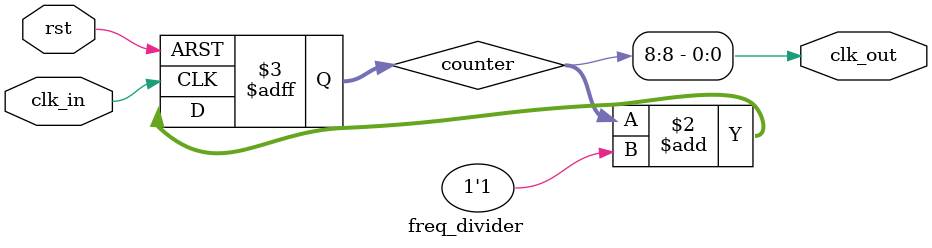
<source format=v>
module freq_divider (
    input wire clk_in,       
    input wire rst,        
    output wire clk_out      
);
    reg [8:0] counter;      

    always @(posedge clk_in or posedge rst) begin
        if (rst) begin
            counter <= 9'b0;
        end else begin
            counter <= counter + 1'b1;
        end
    end

    assign clk_out = counter[8];

endmodule
</source>
